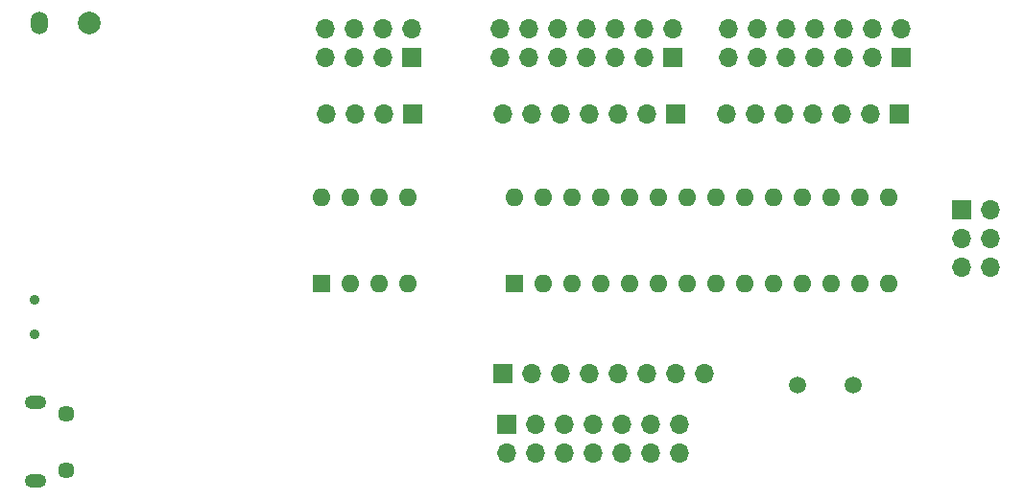
<source format=gbr>
%TF.GenerationSoftware,KiCad,Pcbnew,(5.1.9)-1*%
%TF.CreationDate,2021-06-11T11:12:06+10:00*%
%TF.ProjectId,AVRDevBoard,41565244-6576-4426-9f61-72642e6b6963,rev?*%
%TF.SameCoordinates,Original*%
%TF.FileFunction,Soldermask,Bot*%
%TF.FilePolarity,Negative*%
%FSLAX46Y46*%
G04 Gerber Fmt 4.6, Leading zero omitted, Abs format (unit mm)*
G04 Created by KiCad (PCBNEW (5.1.9)-1) date 2021-06-11 11:12:06*
%MOMM*%
%LPD*%
G01*
G04 APERTURE LIST*
%ADD10R,1.700000X1.700000*%
%ADD11O,1.700000X1.700000*%
%ADD12O,1.500000X2.000000*%
%ADD13C,2.000000*%
%ADD14C,1.450000*%
%ADD15O,1.900000X1.200000*%
%ADD16C,0.900000*%
%ADD17R,1.600000X1.600000*%
%ADD18O,1.600000X1.600000*%
%ADD19C,1.500000*%
G04 APERTURE END LIST*
D10*
%TO.C,J1*%
X65080000Y-94000000D03*
D11*
X62540000Y-94000000D03*
X60000000Y-94000000D03*
X57460000Y-94000000D03*
%TD*%
D10*
%TO.C,J2*%
X65000000Y-89000000D03*
D11*
X65000000Y-86460000D03*
X62460000Y-89000000D03*
X62460000Y-86460000D03*
X59920000Y-89000000D03*
X59920000Y-86460000D03*
X57380000Y-89000000D03*
X57380000Y-86460000D03*
%TD*%
D10*
%TO.C,J3*%
X108000000Y-94000000D03*
D11*
X105460000Y-94000000D03*
X102920000Y-94000000D03*
X100380000Y-94000000D03*
X97840000Y-94000000D03*
X95300000Y-94000000D03*
X92760000Y-94000000D03*
%TD*%
%TO.C,J4*%
X73000000Y-94000000D03*
X75540000Y-94000000D03*
X78080000Y-94000000D03*
X80620000Y-94000000D03*
X83160000Y-94000000D03*
X85700000Y-94000000D03*
D10*
X88240000Y-94000000D03*
%TD*%
%TO.C,J5*%
X73000000Y-117000000D03*
D11*
X75540000Y-117000000D03*
X78080000Y-117000000D03*
X80620000Y-117000000D03*
X83160000Y-117000000D03*
X85700000Y-117000000D03*
X88240000Y-117000000D03*
X90780000Y-117000000D03*
%TD*%
D10*
%TO.C,J6*%
X73380000Y-121460000D03*
D11*
X73380000Y-124000000D03*
X75920000Y-121460000D03*
X75920000Y-124000000D03*
X78460000Y-121460000D03*
X78460000Y-124000000D03*
X81000000Y-121460000D03*
X81000000Y-124000000D03*
X83540000Y-121460000D03*
X83540000Y-124000000D03*
X86080000Y-121460000D03*
X86080000Y-124000000D03*
X88620000Y-121460000D03*
X88620000Y-124000000D03*
%TD*%
%TO.C,J7*%
X72760000Y-86460000D03*
X72760000Y-89000000D03*
X75300000Y-86460000D03*
X75300000Y-89000000D03*
X77840000Y-86460000D03*
X77840000Y-89000000D03*
X80380000Y-86460000D03*
X80380000Y-89000000D03*
X82920000Y-86460000D03*
X82920000Y-89000000D03*
X85460000Y-86460000D03*
X85460000Y-89000000D03*
X88000000Y-86460000D03*
D10*
X88000000Y-89000000D03*
%TD*%
%TO.C,J8*%
X108160000Y-89000000D03*
D11*
X108160000Y-86460000D03*
X105620000Y-89000000D03*
X105620000Y-86460000D03*
X103080000Y-89000000D03*
X103080000Y-86460000D03*
X100540000Y-89000000D03*
X100540000Y-86460000D03*
X98000000Y-89000000D03*
X98000000Y-86460000D03*
X95460000Y-89000000D03*
X95460000Y-86460000D03*
X92920000Y-89000000D03*
X92920000Y-86460000D03*
%TD*%
D12*
%TO.C,J9*%
X32100000Y-86000000D03*
D13*
X36500000Y-86000000D03*
%TD*%
D14*
%TO.C,J10*%
X34462500Y-120500000D03*
X34462500Y-125500000D03*
D15*
X31762500Y-119500000D03*
X31762500Y-126500000D03*
%TD*%
D11*
%TO.C,ICSP*%
X116000000Y-107540000D03*
X113460000Y-107540000D03*
X116000000Y-105000000D03*
X113460000Y-105000000D03*
X116000000Y-102460000D03*
D10*
X113460000Y-102460000D03*
%TD*%
D16*
%TO.C,SW1*%
X31670000Y-110500000D03*
X31670000Y-113500000D03*
%TD*%
D17*
%TO.C,U2*%
X57000000Y-109000000D03*
D18*
X64620000Y-101380000D03*
X59540000Y-109000000D03*
X62080000Y-101380000D03*
X62080000Y-109000000D03*
X59540000Y-101380000D03*
X64620000Y-109000000D03*
X57000000Y-101380000D03*
%TD*%
D17*
%TO.C,U3*%
X74000000Y-109000000D03*
D18*
X107020000Y-101380000D03*
X76540000Y-109000000D03*
X104480000Y-101380000D03*
X79080000Y-109000000D03*
X101940000Y-101380000D03*
X81620000Y-109000000D03*
X99400000Y-101380000D03*
X84160000Y-109000000D03*
X96860000Y-101380000D03*
X86700000Y-109000000D03*
X94320000Y-101380000D03*
X89240000Y-109000000D03*
X91780000Y-101380000D03*
X91780000Y-109000000D03*
X89240000Y-101380000D03*
X94320000Y-109000000D03*
X86700000Y-101380000D03*
X96860000Y-109000000D03*
X84160000Y-101380000D03*
X99400000Y-109000000D03*
X81620000Y-101380000D03*
X101940000Y-109000000D03*
X79080000Y-101380000D03*
X104480000Y-109000000D03*
X76540000Y-101380000D03*
X107020000Y-109000000D03*
X74000000Y-101380000D03*
%TD*%
D19*
%TO.C,Y1*%
X99000000Y-118000000D03*
X103900000Y-118000000D03*
%TD*%
M02*

</source>
